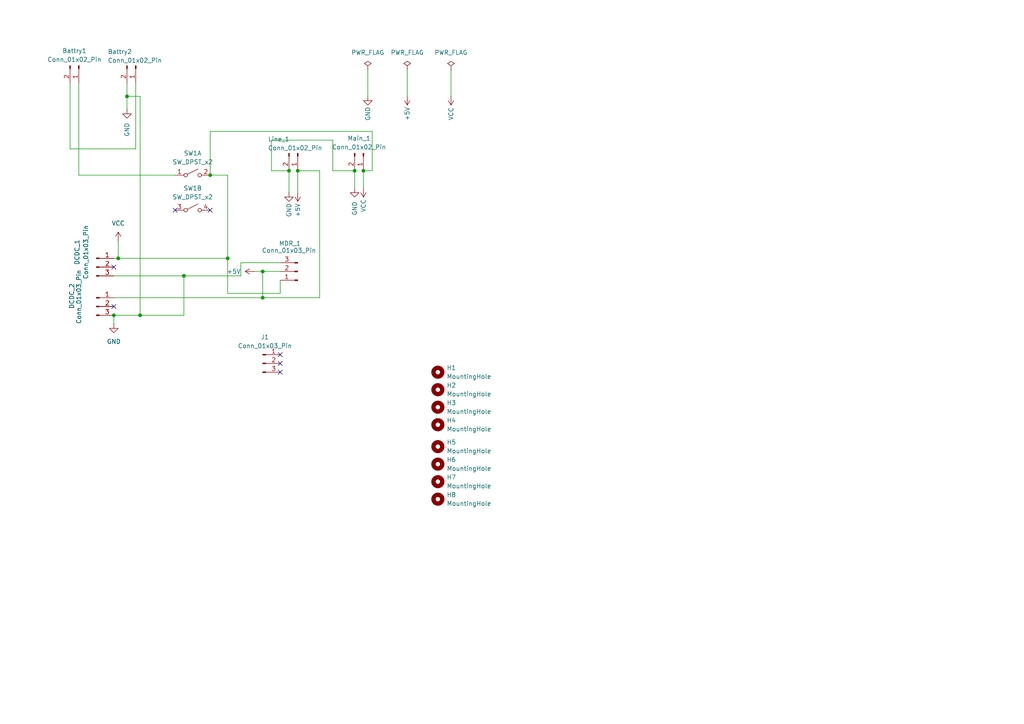
<source format=kicad_sch>
(kicad_sch (version 20231120) (generator "eeschema") (generator_version "8.0")
  (paper "A4")
  (lib_symbols
    (symbol "Connector:Conn_01x02_Pin" (pin_names (offset 1.016) hide)
      (property "Reference" "J" (at 0 2.54 0))
      (property "Value" "Conn_01x02_Pin" (at 0 -5.08 0))
      (symbol "Conn_01x02_Pin_1_1"
        (polyline (pts (xy 1.27 -2.54) (xy 0.8636 -2.54)) (stroke (width 0.1524)))
        (polyline (pts (xy 1.27 0) (xy 0.8636 0)) (stroke (width 0.1524)))
        (rectangle (start 0.8636 -2.413) (end 0 -2.667) (stroke (width 0.1524)) (fill (type outline)))
        (rectangle (start 0.8636 0.127) (end 0 -0.127) (stroke (width 0.1524)) (fill (type outline)))
        (pin passive line (at 5.08 0 180) (length 3.81) (name "Pin_1") (number "1"))
        (pin passive line (at 5.08 -2.54 180) (length 3.81) (name "Pin_2") (number "2"))
      )
    )
    (symbol "Connector:Conn_01x03_Pin" (pin_names (offset 1.016) hide)
      (property "Reference" "J" (at 0 5.08 0))
      (property "Value" "Conn_01x03_Pin" (at 0 -5.08 0))
      (symbol "Conn_01x03_Pin_1_1"
        (polyline (pts (xy 1.27 -2.54) (xy 0.8636 -2.54)) (stroke (width 0.1524)))
        (polyline (pts (xy 1.27 0) (xy 0.8636 0)) (stroke (width 0.1524)))
        (polyline (pts (xy 1.27 2.54) (xy 0.8636 2.54)) (stroke (width 0.1524)))
        (rectangle (start 0.8636 -2.413) (end 0 -2.667) (stroke (width 0.1524)) (fill (type outline)))
        (rectangle (start 0.8636 0.127) (end 0 -0.127) (stroke (width 0.1524)) (fill (type outline)))
        (rectangle (start 0.8636 2.667) (end 0 2.413) (stroke (width 0.1524)) (fill (type outline)))
        (pin passive line (at 5.08 2.54 180) (length 3.81) (name "Pin_1") (number "1"))
        (pin passive line (at 5.08 0 180) (length 3.81) (name "Pin_2") (number "2"))
        (pin passive line (at 5.08 -2.54 180) (length 3.81) (name "Pin_3") (number "3"))
      )
    )
    (symbol "Mechanical:MountingHole" (pin_names (offset 1.016)) (exclude_from_sim yes) (in_bom no)
      (property "Reference" "H" (at 0 5.08 0))
      (property "Value" "MountingHole" (at 0 3.175 0))
      (symbol "MountingHole_0_1"
        (circle (center 0 0) (radius 1.27) (stroke (width 1.27)))
      )
    )
    (symbol "Switch:SW_DPST_x2" (pin_names (offset 0) hide)
      (property "Reference" "SW" (at 0 3.175 0))
      (property "Value" "SW_DPST_x2" (at 0 -2.54 0))
      (symbol "SW_DPST_x2_0_0"
        (circle (center -2.032 0) (radius 0.508))
        (polyline (pts (xy -1.524 0.254) (xy 1.524 1.778)))
        (circle (center 2.032 0) (radius 0.508))
      )
      (symbol "SW_DPST_x2_1_1"
        (pin passive line (at -5.08 0 0) (length 2.54) (name "A") (number "1"))
        (pin passive line (at 5.08 0 180) (length 2.54) (name "B") (number "2"))
      )
      (symbol "SW_DPST_x2_2_1"
        (pin passive line (at -5.08 0 0) (length 2.54) (name "A") (number "3"))
        (pin passive line (at 5.08 0 180) (length 2.54) (name "B") (number "4"))
      )
    )
    (symbol "power:+5V" (power) (pin_numbers hide) (pin_names (offset 0) hide)
      (property "Value" "+5V" (at 0 3.556 0))
      (symbol "+5V_0_1"
        (polyline (pts (xy -0.762 1.27) (xy 0 2.54)))
        (polyline (pts (xy 0 0) (xy 0 2.54)))
        (polyline (pts (xy 0 2.54) (xy 0.762 1.27)))
      )
      (symbol "+5V_1_1"
        (pin power_in line (at 0 0 90) (length 0) (name "~") (number "1"))
      )
    )
    (symbol "power:GND" (power) (pin_numbers hide) (pin_names (offset 0) hide)
      (property "Value" "GND" (at 0 -3.81 0))
      (symbol "GND_0_1"
        (polyline (pts (xy 0 0) (xy 0 -1.27) (xy 1.27 -1.27) (xy 0 -2.54) (xy -1.27 -1.27) (xy 0 -1.27)))
      )
      (symbol "GND_1_1"
        (pin power_in line (at 0 0 270) (length 0) (name "~") (number "1"))
      )
    )
    (symbol "power:PWR_FLAG" (power) (pin_numbers hide) (pin_names (offset 0) hide)
      (property "Value" "PWR_FLAG" (at 0 3.81 0))
      (symbol "PWR_FLAG_0_0"
        (pin power_out line (at 0 0 90) (length 0) (name "~") (number "1"))
      )
      (symbol "PWR_FLAG_0_1"
        (polyline (pts (xy 0 0) (xy 0 1.27) (xy -1.016 1.905) (xy 0 2.54) (xy 1.016 1.905) (xy 0 1.27)))
      )
    )
    (symbol "power:VCC" (power) (pin_numbers hide) (pin_names (offset 0) hide)
      (property "Value" "VCC" (at 0 3.556 0))
      (symbol "VCC_0_1"
        (polyline (pts (xy -0.762 1.27) (xy 0 2.54)))
        (polyline (pts (xy 0 0) (xy 0 2.54)))
        (polyline (pts (xy 0 2.54) (xy 0.762 1.27)))
      )
      (symbol "VCC_1_1"
        (pin power_in line (at 0 0 90) (length 0) (name "~") (number "1"))
      )
    )
  )
  (junction (at 33.02 91.44))
  (junction (at 76.2 78.74))
  (junction (at 34.29 74.93))
  (junction (at 40.64 91.44))
  (junction (at 53.34 80.01))
  (junction (at 105.41 49.53))
  (junction (at 102.87 49.53))
  (junction (at 83.82 49.53))
  (junction (at 76.2 86.36))
  (junction (at 60.96 50.8))
  (junction (at 36.83 27.94))
  (junction (at 66.04 74.93))
  (junction (at 86.36 49.53))
  (no_connect (at 81.28 107.95))
  (no_connect (at 50.8 60.96))
  (no_connect (at 60.96 60.96))
  (no_connect (at 33.02 77.47))
  (no_connect (at 81.28 102.87))
  (no_connect (at 81.28 105.41))
  (no_connect (at 33.02 88.9))
  (wire (pts (xy 53.34 80.01) (xy 53.34 91.44)))
  (wire (pts (xy 106.68 20.32) (xy 106.68 27.94)))
  (wire (pts (xy 76.2 78.74) (xy 81.28 78.74)))
  (wire (pts (xy 69.85 76.2) (xy 81.28 76.2)))
  (wire (pts (xy 34.29 74.93) (xy 33.02 74.93)))
  (wire (pts (xy 69.85 80.01) (xy 69.85 76.2)))
  (wire (pts (xy 66.04 74.93) (xy 66.04 85.09)))
  (wire (pts (xy 92.71 86.36) (xy 76.2 86.36)))
  (wire (pts (xy 53.34 91.44) (xy 40.64 91.44)))
  (wire (pts (xy 86.36 49.53) (xy 86.36 55.88)))
  (wire (pts (xy 96.52 49.53) (xy 102.87 49.53)))
  (wire (pts (xy 76.2 78.74) (xy 76.2 86.36)))
  (wire (pts (xy 60.96 50.8) (xy 66.04 50.8)))
  (wire (pts (xy 33.02 91.44) (xy 33.02 93.98)))
  (wire (pts (xy 76.2 86.36) (xy 33.02 86.36)))
  (wire (pts (xy 40.64 91.44) (xy 33.02 91.44)))
  (wire (pts (xy 105.41 49.53) (xy 105.41 54.61)))
  (wire (pts (xy 66.04 50.8) (xy 66.04 74.93)))
  (wire (pts (xy 118.11 20.32) (xy 118.11 27.94)))
  (wire (pts (xy 39.37 24.13) (xy 39.37 43.18)))
  (wire (pts (xy 22.86 24.13) (xy 22.86 50.8)))
  (wire (pts (xy 20.32 24.13) (xy 20.32 43.18)))
  (wire (pts (xy 53.34 80.01) (xy 69.85 80.01)))
  (wire (pts (xy 36.83 24.13) (xy 36.83 27.94)))
  (wire (pts (xy 34.29 69.85) (xy 34.29 74.93)))
  (wire (pts (xy 40.64 27.94) (xy 40.64 91.44)))
  (wire (pts (xy 78.74 49.53) (xy 78.74 40.64)))
  (wire (pts (xy 66.04 85.09) (xy 81.28 85.09)))
  (wire (pts (xy 60.96 38.1) (xy 107.95 38.1)))
  (wire (pts (xy 102.87 49.53) (xy 102.87 54.61)))
  (wire (pts (xy 60.96 50.8) (xy 60.96 38.1)))
  (wire (pts (xy 20.32 43.18) (xy 39.37 43.18)))
  (wire (pts (xy 73.66 78.74) (xy 76.2 78.74)))
  (wire (pts (xy 36.83 27.94) (xy 36.83 31.75)))
  (wire (pts (xy 92.71 49.53) (xy 92.71 86.36)))
  (wire (pts (xy 22.86 50.8) (xy 50.8 50.8)))
  (wire (pts (xy 96.52 40.64) (xy 96.52 49.53)))
  (wire (pts (xy 83.82 49.53) (xy 78.74 49.53)))
  (wire (pts (xy 107.95 38.1) (xy 107.95 49.53)))
  (wire (pts (xy 36.83 27.94) (xy 40.64 27.94)))
  (wire (pts (xy 107.95 49.53) (xy 105.41 49.53)))
  (wire (pts (xy 81.28 81.28) (xy 81.28 85.09)))
  (wire (pts (xy 78.74 40.64) (xy 96.52 40.64)))
  (wire (pts (xy 53.34 80.01) (xy 33.02 80.01)))
  (wire (pts (xy 83.82 49.53) (xy 83.82 55.88)))
  (wire (pts (xy 86.36 49.53) (xy 92.71 49.53)))
  (wire (pts (xy 66.04 74.93) (xy 34.29 74.93)))
  (wire (pts (xy 130.81 20.32) (xy 130.81 27.94)))
  (symbol (lib_id "Mechanical:MountingHole") (at 127 118.11 0) (unit 1) (exclude_from_sim yes) (in_bom no)
    (property "Reference" "H3" (at 129.54 116.8399 0) (effects (justify left)))
    (property "Value" "MountingHole" (at 129.54 119.3799 0) (effects (justify left)))
    (property "Footprint" "MountingHole:MountingHole_3.2mm_M3" (effects (hide yes)))
    (property "Description" "Mounting Hole without connection" (effects (hide yes)))
  )
  (symbol (lib_id "power:VCC") (at 105.41 54.61 180) (unit 1)
    (property "Reference" "#PWR08" (effects (hide yes)))
    (property "Value" "VCC" (at 105.41 59.69 90))
    (property "Description" "Power symbol creates a global label with name \"VCC\"" (effects (hide yes)))
  )
  (symbol (lib_id "power:GND") (at 36.83 31.75 0) (unit 1)
    (property "Reference" "#PWR03" (effects (hide yes)))
    (property "Value" "GND" (at 36.8301 35.56 90) (effects (justify right)))
    (property "Description" "Power symbol creates a global label with name \"GND\" , ground" (effects (hide yes)))
  )
  (symbol (lib_id "power:VCC") (at 130.81 27.94 180) (unit 1)
    (property "Reference" "#PWR016" (effects (hide yes)))
    (property "Value" "VCC" (at 130.81 33.02 90))
    (property "Description" "Power symbol creates a global label with name \"VCC\"" (effects (hide yes)))
  )
  (symbol (lib_id "power:PWR_FLAG") (at 106.68 20.32 0) (unit 1)
    (property "Reference" "#FLG03" (effects (hide yes)))
    (property "Value" "PWR_FLAG" (at 106.68 15.24 0))
    (property "Description" "Special symbol for telling ERC where power comes from" (effects (hide yes)))
  )
  (symbol (lib_id "power:PWR_FLAG") (at 130.81 20.32 0) (unit 1)
    (property "Reference" "#FLG01" (effects (hide yes)))
    (property "Value" "PWR_FLAG" (at 130.81 15.24 0))
    (property "Description" "Special symbol for telling ERC where power comes from" (effects (hide yes)))
  )
  (symbol (lib_id "power:GND") (at 33.02 93.98 0) (unit 1)
    (property "Reference" "#PWR015" (effects (hide yes)))
    (property "Value" "GND" (at 33.02 99.06 0))
    (property "Description" "Power symbol creates a global label with name \"GND\" , ground" (effects (hide yes)))
  )
  (symbol (lib_id "Mechanical:MountingHole") (at 127 113.03 0) (unit 1) (exclude_from_sim yes) (in_bom no)
    (property "Reference" "H2" (at 129.54 111.7599 0) (effects (justify left)))
    (property "Value" "MountingHole" (at 129.54 114.2999 0) (effects (justify left)))
    (property "Footprint" "MountingHole:MountingHole_3.2mm_M3" (effects (hide yes)))
    (property "Description" "Mounting Hole without connection" (effects (hide yes)))
  )
  (symbol (lib_id "Connector:Conn_01x02_Pin") (at 105.41 44.45 270) (unit 1)
    (property "Reference" "Main_1" (at 104.14 40.132 90))
    (property "Value" "Conn_01x02_Pin" (at 104.14 42.672 90))
    (property "Footprint" "Connector_JST:JST_XH_B2B-XH-A_1x02_P2.50mm_Vertical" (effects (hide yes)))
    (property "Description" "Generic connector, single row, 01x02, script generated" (effects (hide yes)))
  )
  (symbol (lib_id "Connector:Conn_01x03_Pin") (at 27.94 88.9 0) (unit 1)
    (property "Reference" "DCDC_2" (at 20.828 85.852 90))
    (property "Value" "Conn_01x03_Pin" (at 22.86 86.106 90))
    (property "Footprint" "Connector_PinSocket_2.54mm:PinSocket_1x03_P2.54mm_Vertical" (effects (hide yes)))
    (property "Description" "Generic connector, single row, 01x03, script generated" (effects (hide yes)))
  )
  (symbol (lib_id "power:+5V") (at 118.11 27.94 180) (unit 1)
    (property "Reference" "#PWR04" (effects (hide yes)))
    (property "Value" "+5V" (at 118.11 33.02 90))
    (property "Description" "Power symbol creates a global label with name \"+5V\"" (effects (hide yes)))
  )
  (symbol (lib_id "Connector:Conn_01x03_Pin") (at 76.2 105.41 0) (unit 1)
    (property "Reference" "J1" (at 76.835 97.79 0))
    (property "Value" "Conn_01x03_Pin" (at 76.835 100.33 0))
    (property "Footprint" "Connector_JST:JST_XH_B3B-XH-A_1x03_P2.50mm_Vertical" (effects (hide yes)))
    (property "Description" "Generic connector, single row, 01x03, script generated" (effects (hide yes)))
  )
  (symbol (lib_id "power:+5V") (at 86.36 55.88 180) (unit 1)
    (property "Reference" "#PWR01" (effects (hide yes)))
    (property "Value" "+5V" (at 86.36 60.96 90))
    (property "Description" "Power symbol creates a global label with name \"+5V\"" (effects (hide yes)))
  )
  (symbol (lib_id "Connector:Conn_01x03_Pin") (at 86.36 78.74 180) (unit 1)
    (property "Reference" "MDR_1" (at 84.074 70.612 0))
    (property "Value" "Conn_01x03_Pin" (at 83.82 72.644 0))
    (property "Footprint" "Connector_PinSocket_2.54mm:PinSocket_1x03_P2.54mm_Vertical" (effects (hide yes)))
    (property "Description" "Generic connector, single row, 01x03, script generated" (effects (hide yes)))
  )
  (symbol (lib_id "Mechanical:MountingHole") (at 127 139.7 0) (unit 1) (exclude_from_sim yes) (in_bom no)
    (property "Reference" "H7" (at 129.54 138.4299 0) (effects (justify left)))
    (property "Value" "MountingHole" (at 129.54 140.9699 0) (effects (justify left)))
    (property "Footprint" "MountingHole:MountingHole_3.2mm_M3" (effects (hide yes)))
    (property "Description" "Mounting Hole without connection" (effects (hide yes)))
  )
  (symbol (lib_id "power:VCC") (at 34.29 69.85 0) (unit 1)
    (property "Reference" "#PWR07" (effects (hide yes)))
    (property "Value" "VCC" (at 34.29 64.77 0))
    (property "Description" "Power symbol creates a global label with name \"VCC\"" (effects (hide yes)))
  )
  (symbol (lib_id "Mechanical:MountingHole") (at 127 123.19 0) (unit 1) (exclude_from_sim yes) (in_bom no)
    (property "Reference" "H4" (at 129.54 121.9199 0) (effects (justify left)))
    (property "Value" "MountingHole" (at 129.54 124.4599 0) (effects (justify left)))
    (property "Footprint" "MountingHole:MountingHole_3.2mm_M3" (effects (hide yes)))
    (property "Description" "Mounting Hole without connection" (effects (hide yes)))
  )
  (symbol (lib_id "power:PWR_FLAG") (at 118.11 20.32 0) (unit 1)
    (property "Reference" "#FLG02" (effects (hide yes)))
    (property "Value" "PWR_FLAG" (at 118.11 15.24 0))
    (property "Description" "Special symbol for telling ERC where power comes from" (effects (hide yes)))
  )
  (symbol (lib_id "Switch:SW_DPST_x2") (at 55.88 50.8 0) (unit 1)
    (property "Reference" "SW1" (at 55.88 44.45 0))
    (property "Value" "SW_DPST_x2" (at 55.88 46.99 0))
    (property "Footprint" "Connector_PinSocket_2.54mm:PinSocket_1x02_P2.54mm_Vertical" (effects (hide yes)))
    (property "Description" "Single Pole Single Throw (SPST) switch, separate symbol" (effects (hide yes)))
  )
  (symbol (lib_id "Connector:Conn_01x02_Pin") (at 86.36 44.45 270) (unit 1)
    (property "Reference" "Line_1" (at 77.724 40.386 90) (effects (justify left)))
    (property "Value" "Conn_01x02_Pin" (at 77.724 42.926 90) (effects (justify left)))
    (property "Footprint" "Connector_JST:JST_XH_B2B-XH-A_1x02_P2.50mm_Vertical" (effects (hide yes)))
    (property "Description" "Generic connector, single row, 01x02, script generated" (effects (hide yes)))
  )
  (symbol (lib_id "Switch:SW_DPST_x2") (at 55.88 60.96 0) (unit 2)
    (property "Reference" "SW1" (at 55.88 54.61 0))
    (property "Value" "SW_DPST_x2" (at 55.88 57.15 0))
    (property "Footprint" "Connector_PinSocket_2.54mm:PinSocket_1x02_P2.54mm_Vertical" (effects (hide yes)))
    (property "Description" "Single Pole Single Throw (SPST) switch, separate symbol" (effects (hide yes)))
  )
  (symbol (lib_id "power:GND") (at 83.82 55.88 0) (unit 1)
    (property "Reference" "#PWR02" (effects (hide yes)))
    (property "Value" "GND" (at 83.82 60.96 90))
    (property "Description" "Power symbol creates a global label with name \"GND\" , ground" (effects (hide yes)))
  )
  (symbol (lib_id "Mechanical:MountingHole") (at 127 129.54 0) (unit 1) (exclude_from_sim yes) (in_bom no)
    (property "Reference" "H5" (at 129.54 128.2699 0) (effects (justify left)))
    (property "Value" "MountingHole" (at 129.54 130.8099 0) (effects (justify left)))
    (property "Footprint" "MountingHole:MountingHole_3.2mm_M3" (effects (hide yes)))
    (property "Description" "Mounting Hole without connection" (effects (hide yes)))
  )
  (symbol (lib_id "Mechanical:MountingHole") (at 127 144.78 0) (unit 1) (exclude_from_sim yes) (in_bom no)
    (property "Reference" "H8" (at 129.54 143.5099 0) (effects (justify left)))
    (property "Value" "MountingHole" (at 129.54 146.0499 0) (effects (justify left)))
    (property "Footprint" "MountingHole:MountingHole_3.2mm_M3" (effects (hide yes)))
    (property "Description" "Mounting Hole without connection" (effects (hide yes)))
  )
  (symbol (lib_id "Connector:Conn_01x02_Pin") (at 39.37 19.05 270) (unit 1)
    (property "Reference" "Battry2" (at 31.242 14.986 90) (effects (justify left)))
    (property "Value" "Conn_01x02_Pin" (at 31.242 17.526 90) (effects (justify left)))
    (property "Footprint" "Connector_JST:JST_XH_B2B-XH-A_1x02_P2.50mm_Vertical" (effects (hide yes)))
    (property "Description" "Generic connector, single row, 01x02, script generated" (effects (hide yes)))
  )
  (symbol (lib_id "Connector:Conn_01x03_Pin") (at 27.94 77.47 0) (unit 1)
    (property "Reference" "DCDC_1" (at 22.352 73.152 90))
    (property "Value" "Conn_01x03_Pin" (at 24.892 73.152 90))
    (property "Footprint" "Connector_PinSocket_2.54mm:PinSocket_1x03_P2.54mm_Vertical" (effects (hide yes)))
    (property "Description" "Generic connector, single row, 01x03, script generated" (effects (hide yes)))
  )
  (symbol (lib_id "Connector:Conn_01x02_Pin") (at 22.86 19.05 270) (unit 1)
    (property "Reference" "Battry1" (at 21.59 14.732 90))
    (property "Value" "Conn_01x02_Pin" (at 21.59 17.272 90))
    (property "Footprint" "Connector_JST:JST_XH_B2B-XH-A_1x02_P2.50mm_Vertical" (effects (hide yes)))
    (property "Description" "Generic connector, single row, 01x02, script generated" (effects (hide yes)))
  )
  (symbol (lib_id "Mechanical:MountingHole") (at 127 134.62 0) (unit 1) (exclude_from_sim yes) (in_bom no)
    (property "Reference" "H6" (at 129.54 133.3499 0) (effects (justify left)))
    (property "Value" "MountingHole" (at 129.54 135.8899 0) (effects (justify left)))
    (property "Footprint" "MountingHole:MountingHole_3.2mm_M3" (effects (hide yes)))
    (property "Description" "Mounting Hole without connection" (effects (hide yes)))
  )
  (symbol (lib_id "Mechanical:MountingHole") (at 127 107.95 0) (unit 1) (exclude_from_sim yes) (in_bom no)
    (property "Reference" "H1" (at 129.54 106.6799 0) (effects (justify left)))
    (property "Value" "MountingHole" (at 129.54 109.2199 0) (effects (justify left)))
    (property "Footprint" "MountingHole:MountingHole_3.2mm_M3" (effects (hide yes)))
    (property "Description" "Mounting Hole without connection" (effects (hide yes)))
  )
  (symbol (lib_id "power:GND") (at 106.68 27.94 0) (unit 1)
    (property "Reference" "#PWR05" (effects (hide yes)))
    (property "Value" "GND" (at 106.68 33.02 90))
    (property "Description" "Power symbol creates a global label with name \"GND\" , ground" (effects (hide yes)))
  )
  (symbol (lib_id "power:+5V") (at 73.66 78.74 90) (unit 1)
    (property "Reference" "#PWR010" (effects (hide yes)))
    (property "Value" "+5V" (at 69.85 78.7399 90) (effects (justify left)))
    (property "Description" "Power symbol creates a global label with name \"+5V\"" (effects (hide yes)))
  )
  (symbol (lib_id "power:GND") (at 102.87 54.61 0) (unit 1)
    (property "Reference" "#PWR09" (effects (hide yes)))
    (property "Value" "GND" (at 102.8701 58.42 90) (effects (justify right)))
    (property "Description" "Power symbol creates a global label with name \"GND\" , ground" (effects (hide yes)))
  )
)
</source>
